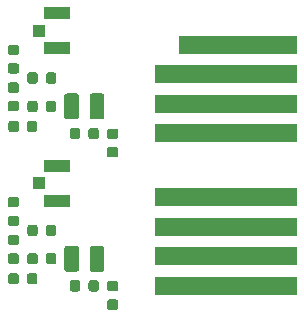
<source format=gbs>
G04 #@! TF.GenerationSoftware,KiCad,Pcbnew,(5.1.5)-3*
G04 #@! TF.CreationDate,2020-11-09T20:42:25-05:00*
G04 #@! TF.ProjectId,FilterDaughterboard,46696c74-6572-4446-9175-676874657262,rev?*
G04 #@! TF.SameCoordinates,Original*
G04 #@! TF.FileFunction,Soldermask,Bot*
G04 #@! TF.FilePolarity,Negative*
%FSLAX46Y46*%
G04 Gerber Fmt 4.6, Leading zero omitted, Abs format (unit mm)*
G04 Created by KiCad (PCBNEW (5.1.5)-3) date 2020-11-09 20:42:25*
%MOMM*%
%LPD*%
G04 APERTURE LIST*
%ADD10R,1.050000X1.000000*%
%ADD11R,2.200000X1.050000*%
%ADD12C,0.100000*%
%ADD13R,11.999999X1.500000*%
%ADD14R,10.000000X1.500000*%
G04 APERTURE END LIST*
D10*
X87775000Y-126600000D03*
D11*
X89300000Y-125125000D03*
X89300000Y-128075000D03*
D10*
X87775000Y-139500000D03*
D11*
X89300000Y-138025000D03*
X89300000Y-140975000D03*
D12*
G36*
X85877691Y-129351053D02*
G01*
X85898926Y-129354203D01*
X85919750Y-129359419D01*
X85939962Y-129366651D01*
X85959368Y-129375830D01*
X85977781Y-129386866D01*
X85995024Y-129399654D01*
X86010930Y-129414070D01*
X86025346Y-129429976D01*
X86038134Y-129447219D01*
X86049170Y-129465632D01*
X86058349Y-129485038D01*
X86065581Y-129505250D01*
X86070797Y-129526074D01*
X86073947Y-129547309D01*
X86075000Y-129568750D01*
X86075000Y-130006250D01*
X86073947Y-130027691D01*
X86070797Y-130048926D01*
X86065581Y-130069750D01*
X86058349Y-130089962D01*
X86049170Y-130109368D01*
X86038134Y-130127781D01*
X86025346Y-130145024D01*
X86010930Y-130160930D01*
X85995024Y-130175346D01*
X85977781Y-130188134D01*
X85959368Y-130199170D01*
X85939962Y-130208349D01*
X85919750Y-130215581D01*
X85898926Y-130220797D01*
X85877691Y-130223947D01*
X85856250Y-130225000D01*
X85343750Y-130225000D01*
X85322309Y-130223947D01*
X85301074Y-130220797D01*
X85280250Y-130215581D01*
X85260038Y-130208349D01*
X85240632Y-130199170D01*
X85222219Y-130188134D01*
X85204976Y-130175346D01*
X85189070Y-130160930D01*
X85174654Y-130145024D01*
X85161866Y-130127781D01*
X85150830Y-130109368D01*
X85141651Y-130089962D01*
X85134419Y-130069750D01*
X85129203Y-130048926D01*
X85126053Y-130027691D01*
X85125000Y-130006250D01*
X85125000Y-129568750D01*
X85126053Y-129547309D01*
X85129203Y-129526074D01*
X85134419Y-129505250D01*
X85141651Y-129485038D01*
X85150830Y-129465632D01*
X85161866Y-129447219D01*
X85174654Y-129429976D01*
X85189070Y-129414070D01*
X85204976Y-129399654D01*
X85222219Y-129386866D01*
X85240632Y-129375830D01*
X85260038Y-129366651D01*
X85280250Y-129359419D01*
X85301074Y-129354203D01*
X85322309Y-129351053D01*
X85343750Y-129350000D01*
X85856250Y-129350000D01*
X85877691Y-129351053D01*
G37*
G36*
X85877691Y-127776053D02*
G01*
X85898926Y-127779203D01*
X85919750Y-127784419D01*
X85939962Y-127791651D01*
X85959368Y-127800830D01*
X85977781Y-127811866D01*
X85995024Y-127824654D01*
X86010930Y-127839070D01*
X86025346Y-127854976D01*
X86038134Y-127872219D01*
X86049170Y-127890632D01*
X86058349Y-127910038D01*
X86065581Y-127930250D01*
X86070797Y-127951074D01*
X86073947Y-127972309D01*
X86075000Y-127993750D01*
X86075000Y-128431250D01*
X86073947Y-128452691D01*
X86070797Y-128473926D01*
X86065581Y-128494750D01*
X86058349Y-128514962D01*
X86049170Y-128534368D01*
X86038134Y-128552781D01*
X86025346Y-128570024D01*
X86010930Y-128585930D01*
X85995024Y-128600346D01*
X85977781Y-128613134D01*
X85959368Y-128624170D01*
X85939962Y-128633349D01*
X85919750Y-128640581D01*
X85898926Y-128645797D01*
X85877691Y-128648947D01*
X85856250Y-128650000D01*
X85343750Y-128650000D01*
X85322309Y-128648947D01*
X85301074Y-128645797D01*
X85280250Y-128640581D01*
X85260038Y-128633349D01*
X85240632Y-128624170D01*
X85222219Y-128613134D01*
X85204976Y-128600346D01*
X85189070Y-128585930D01*
X85174654Y-128570024D01*
X85161866Y-128552781D01*
X85150830Y-128534368D01*
X85141651Y-128514962D01*
X85134419Y-128494750D01*
X85129203Y-128473926D01*
X85126053Y-128452691D01*
X85125000Y-128431250D01*
X85125000Y-127993750D01*
X85126053Y-127972309D01*
X85129203Y-127951074D01*
X85134419Y-127930250D01*
X85141651Y-127910038D01*
X85150830Y-127890632D01*
X85161866Y-127872219D01*
X85174654Y-127854976D01*
X85189070Y-127839070D01*
X85204976Y-127824654D01*
X85222219Y-127811866D01*
X85240632Y-127800830D01*
X85260038Y-127791651D01*
X85280250Y-127784419D01*
X85301074Y-127779203D01*
X85322309Y-127776053D01*
X85343750Y-127775000D01*
X85856250Y-127775000D01*
X85877691Y-127776053D01*
G37*
G36*
X94277691Y-136451053D02*
G01*
X94298926Y-136454203D01*
X94319750Y-136459419D01*
X94339962Y-136466651D01*
X94359368Y-136475830D01*
X94377781Y-136486866D01*
X94395024Y-136499654D01*
X94410930Y-136514070D01*
X94425346Y-136529976D01*
X94438134Y-136547219D01*
X94449170Y-136565632D01*
X94458349Y-136585038D01*
X94465581Y-136605250D01*
X94470797Y-136626074D01*
X94473947Y-136647309D01*
X94475000Y-136668750D01*
X94475000Y-137106250D01*
X94473947Y-137127691D01*
X94470797Y-137148926D01*
X94465581Y-137169750D01*
X94458349Y-137189962D01*
X94449170Y-137209368D01*
X94438134Y-137227781D01*
X94425346Y-137245024D01*
X94410930Y-137260930D01*
X94395024Y-137275346D01*
X94377781Y-137288134D01*
X94359368Y-137299170D01*
X94339962Y-137308349D01*
X94319750Y-137315581D01*
X94298926Y-137320797D01*
X94277691Y-137323947D01*
X94256250Y-137325000D01*
X93743750Y-137325000D01*
X93722309Y-137323947D01*
X93701074Y-137320797D01*
X93680250Y-137315581D01*
X93660038Y-137308349D01*
X93640632Y-137299170D01*
X93622219Y-137288134D01*
X93604976Y-137275346D01*
X93589070Y-137260930D01*
X93574654Y-137245024D01*
X93561866Y-137227781D01*
X93550830Y-137209368D01*
X93541651Y-137189962D01*
X93534419Y-137169750D01*
X93529203Y-137148926D01*
X93526053Y-137127691D01*
X93525000Y-137106250D01*
X93525000Y-136668750D01*
X93526053Y-136647309D01*
X93529203Y-136626074D01*
X93534419Y-136605250D01*
X93541651Y-136585038D01*
X93550830Y-136565632D01*
X93561866Y-136547219D01*
X93574654Y-136529976D01*
X93589070Y-136514070D01*
X93604976Y-136499654D01*
X93622219Y-136486866D01*
X93640632Y-136475830D01*
X93660038Y-136466651D01*
X93680250Y-136459419D01*
X93701074Y-136454203D01*
X93722309Y-136451053D01*
X93743750Y-136450000D01*
X94256250Y-136450000D01*
X94277691Y-136451053D01*
G37*
G36*
X94277691Y-134876053D02*
G01*
X94298926Y-134879203D01*
X94319750Y-134884419D01*
X94339962Y-134891651D01*
X94359368Y-134900830D01*
X94377781Y-134911866D01*
X94395024Y-134924654D01*
X94410930Y-134939070D01*
X94425346Y-134954976D01*
X94438134Y-134972219D01*
X94449170Y-134990632D01*
X94458349Y-135010038D01*
X94465581Y-135030250D01*
X94470797Y-135051074D01*
X94473947Y-135072309D01*
X94475000Y-135093750D01*
X94475000Y-135531250D01*
X94473947Y-135552691D01*
X94470797Y-135573926D01*
X94465581Y-135594750D01*
X94458349Y-135614962D01*
X94449170Y-135634368D01*
X94438134Y-135652781D01*
X94425346Y-135670024D01*
X94410930Y-135685930D01*
X94395024Y-135700346D01*
X94377781Y-135713134D01*
X94359368Y-135724170D01*
X94339962Y-135733349D01*
X94319750Y-135740581D01*
X94298926Y-135745797D01*
X94277691Y-135748947D01*
X94256250Y-135750000D01*
X93743750Y-135750000D01*
X93722309Y-135748947D01*
X93701074Y-135745797D01*
X93680250Y-135740581D01*
X93660038Y-135733349D01*
X93640632Y-135724170D01*
X93622219Y-135713134D01*
X93604976Y-135700346D01*
X93589070Y-135685930D01*
X93574654Y-135670024D01*
X93561866Y-135652781D01*
X93550830Y-135634368D01*
X93541651Y-135614962D01*
X93534419Y-135594750D01*
X93529203Y-135573926D01*
X93526053Y-135552691D01*
X93525000Y-135531250D01*
X93525000Y-135093750D01*
X93526053Y-135072309D01*
X93529203Y-135051074D01*
X93534419Y-135030250D01*
X93541651Y-135010038D01*
X93550830Y-134990632D01*
X93561866Y-134972219D01*
X93574654Y-134954976D01*
X93589070Y-134939070D01*
X93604976Y-134924654D01*
X93622219Y-134911866D01*
X93640632Y-134900830D01*
X93660038Y-134891651D01*
X93680250Y-134884419D01*
X93701074Y-134879203D01*
X93722309Y-134876053D01*
X93743750Y-134875000D01*
X94256250Y-134875000D01*
X94277691Y-134876053D01*
G37*
G36*
X87427691Y-134226053D02*
G01*
X87448926Y-134229203D01*
X87469750Y-134234419D01*
X87489962Y-134241651D01*
X87509368Y-134250830D01*
X87527781Y-134261866D01*
X87545024Y-134274654D01*
X87560930Y-134289070D01*
X87575346Y-134304976D01*
X87588134Y-134322219D01*
X87599170Y-134340632D01*
X87608349Y-134360038D01*
X87615581Y-134380250D01*
X87620797Y-134401074D01*
X87623947Y-134422309D01*
X87625000Y-134443750D01*
X87625000Y-134956250D01*
X87623947Y-134977691D01*
X87620797Y-134998926D01*
X87615581Y-135019750D01*
X87608349Y-135039962D01*
X87599170Y-135059368D01*
X87588134Y-135077781D01*
X87575346Y-135095024D01*
X87560930Y-135110930D01*
X87545024Y-135125346D01*
X87527781Y-135138134D01*
X87509368Y-135149170D01*
X87489962Y-135158349D01*
X87469750Y-135165581D01*
X87448926Y-135170797D01*
X87427691Y-135173947D01*
X87406250Y-135175000D01*
X86968750Y-135175000D01*
X86947309Y-135173947D01*
X86926074Y-135170797D01*
X86905250Y-135165581D01*
X86885038Y-135158349D01*
X86865632Y-135149170D01*
X86847219Y-135138134D01*
X86829976Y-135125346D01*
X86814070Y-135110930D01*
X86799654Y-135095024D01*
X86786866Y-135077781D01*
X86775830Y-135059368D01*
X86766651Y-135039962D01*
X86759419Y-135019750D01*
X86754203Y-134998926D01*
X86751053Y-134977691D01*
X86750000Y-134956250D01*
X86750000Y-134443750D01*
X86751053Y-134422309D01*
X86754203Y-134401074D01*
X86759419Y-134380250D01*
X86766651Y-134360038D01*
X86775830Y-134340632D01*
X86786866Y-134322219D01*
X86799654Y-134304976D01*
X86814070Y-134289070D01*
X86829976Y-134274654D01*
X86847219Y-134261866D01*
X86865632Y-134250830D01*
X86885038Y-134241651D01*
X86905250Y-134234419D01*
X86926074Y-134229203D01*
X86947309Y-134226053D01*
X86968750Y-134225000D01*
X87406250Y-134225000D01*
X87427691Y-134226053D01*
G37*
G36*
X85852691Y-134226053D02*
G01*
X85873926Y-134229203D01*
X85894750Y-134234419D01*
X85914962Y-134241651D01*
X85934368Y-134250830D01*
X85952781Y-134261866D01*
X85970024Y-134274654D01*
X85985930Y-134289070D01*
X86000346Y-134304976D01*
X86013134Y-134322219D01*
X86024170Y-134340632D01*
X86033349Y-134360038D01*
X86040581Y-134380250D01*
X86045797Y-134401074D01*
X86048947Y-134422309D01*
X86050000Y-134443750D01*
X86050000Y-134956250D01*
X86048947Y-134977691D01*
X86045797Y-134998926D01*
X86040581Y-135019750D01*
X86033349Y-135039962D01*
X86024170Y-135059368D01*
X86013134Y-135077781D01*
X86000346Y-135095024D01*
X85985930Y-135110930D01*
X85970024Y-135125346D01*
X85952781Y-135138134D01*
X85934368Y-135149170D01*
X85914962Y-135158349D01*
X85894750Y-135165581D01*
X85873926Y-135170797D01*
X85852691Y-135173947D01*
X85831250Y-135175000D01*
X85393750Y-135175000D01*
X85372309Y-135173947D01*
X85351074Y-135170797D01*
X85330250Y-135165581D01*
X85310038Y-135158349D01*
X85290632Y-135149170D01*
X85272219Y-135138134D01*
X85254976Y-135125346D01*
X85239070Y-135110930D01*
X85224654Y-135095024D01*
X85211866Y-135077781D01*
X85200830Y-135059368D01*
X85191651Y-135039962D01*
X85184419Y-135019750D01*
X85179203Y-134998926D01*
X85176053Y-134977691D01*
X85175000Y-134956250D01*
X85175000Y-134443750D01*
X85176053Y-134422309D01*
X85179203Y-134401074D01*
X85184419Y-134380250D01*
X85191651Y-134360038D01*
X85200830Y-134340632D01*
X85211866Y-134322219D01*
X85224654Y-134304976D01*
X85239070Y-134289070D01*
X85254976Y-134274654D01*
X85272219Y-134261866D01*
X85290632Y-134250830D01*
X85310038Y-134241651D01*
X85330250Y-134234419D01*
X85351074Y-134229203D01*
X85372309Y-134226053D01*
X85393750Y-134225000D01*
X85831250Y-134225000D01*
X85852691Y-134226053D01*
G37*
G36*
X85877691Y-142251053D02*
G01*
X85898926Y-142254203D01*
X85919750Y-142259419D01*
X85939962Y-142266651D01*
X85959368Y-142275830D01*
X85977781Y-142286866D01*
X85995024Y-142299654D01*
X86010930Y-142314070D01*
X86025346Y-142329976D01*
X86038134Y-142347219D01*
X86049170Y-142365632D01*
X86058349Y-142385038D01*
X86065581Y-142405250D01*
X86070797Y-142426074D01*
X86073947Y-142447309D01*
X86075000Y-142468750D01*
X86075000Y-142906250D01*
X86073947Y-142927691D01*
X86070797Y-142948926D01*
X86065581Y-142969750D01*
X86058349Y-142989962D01*
X86049170Y-143009368D01*
X86038134Y-143027781D01*
X86025346Y-143045024D01*
X86010930Y-143060930D01*
X85995024Y-143075346D01*
X85977781Y-143088134D01*
X85959368Y-143099170D01*
X85939962Y-143108349D01*
X85919750Y-143115581D01*
X85898926Y-143120797D01*
X85877691Y-143123947D01*
X85856250Y-143125000D01*
X85343750Y-143125000D01*
X85322309Y-143123947D01*
X85301074Y-143120797D01*
X85280250Y-143115581D01*
X85260038Y-143108349D01*
X85240632Y-143099170D01*
X85222219Y-143088134D01*
X85204976Y-143075346D01*
X85189070Y-143060930D01*
X85174654Y-143045024D01*
X85161866Y-143027781D01*
X85150830Y-143009368D01*
X85141651Y-142989962D01*
X85134419Y-142969750D01*
X85129203Y-142948926D01*
X85126053Y-142927691D01*
X85125000Y-142906250D01*
X85125000Y-142468750D01*
X85126053Y-142447309D01*
X85129203Y-142426074D01*
X85134419Y-142405250D01*
X85141651Y-142385038D01*
X85150830Y-142365632D01*
X85161866Y-142347219D01*
X85174654Y-142329976D01*
X85189070Y-142314070D01*
X85204976Y-142299654D01*
X85222219Y-142286866D01*
X85240632Y-142275830D01*
X85260038Y-142266651D01*
X85280250Y-142259419D01*
X85301074Y-142254203D01*
X85322309Y-142251053D01*
X85343750Y-142250000D01*
X85856250Y-142250000D01*
X85877691Y-142251053D01*
G37*
G36*
X85877691Y-140676053D02*
G01*
X85898926Y-140679203D01*
X85919750Y-140684419D01*
X85939962Y-140691651D01*
X85959368Y-140700830D01*
X85977781Y-140711866D01*
X85995024Y-140724654D01*
X86010930Y-140739070D01*
X86025346Y-140754976D01*
X86038134Y-140772219D01*
X86049170Y-140790632D01*
X86058349Y-140810038D01*
X86065581Y-140830250D01*
X86070797Y-140851074D01*
X86073947Y-140872309D01*
X86075000Y-140893750D01*
X86075000Y-141331250D01*
X86073947Y-141352691D01*
X86070797Y-141373926D01*
X86065581Y-141394750D01*
X86058349Y-141414962D01*
X86049170Y-141434368D01*
X86038134Y-141452781D01*
X86025346Y-141470024D01*
X86010930Y-141485930D01*
X85995024Y-141500346D01*
X85977781Y-141513134D01*
X85959368Y-141524170D01*
X85939962Y-141533349D01*
X85919750Y-141540581D01*
X85898926Y-141545797D01*
X85877691Y-141548947D01*
X85856250Y-141550000D01*
X85343750Y-141550000D01*
X85322309Y-141548947D01*
X85301074Y-141545797D01*
X85280250Y-141540581D01*
X85260038Y-141533349D01*
X85240632Y-141524170D01*
X85222219Y-141513134D01*
X85204976Y-141500346D01*
X85189070Y-141485930D01*
X85174654Y-141470024D01*
X85161866Y-141452781D01*
X85150830Y-141434368D01*
X85141651Y-141414962D01*
X85134419Y-141394750D01*
X85129203Y-141373926D01*
X85126053Y-141352691D01*
X85125000Y-141331250D01*
X85125000Y-140893750D01*
X85126053Y-140872309D01*
X85129203Y-140851074D01*
X85134419Y-140830250D01*
X85141651Y-140810038D01*
X85150830Y-140790632D01*
X85161866Y-140772219D01*
X85174654Y-140754976D01*
X85189070Y-140739070D01*
X85204976Y-140724654D01*
X85222219Y-140711866D01*
X85240632Y-140700830D01*
X85260038Y-140691651D01*
X85280250Y-140684419D01*
X85301074Y-140679203D01*
X85322309Y-140676053D01*
X85343750Y-140675000D01*
X85856250Y-140675000D01*
X85877691Y-140676053D01*
G37*
G36*
X94277691Y-149351053D02*
G01*
X94298926Y-149354203D01*
X94319750Y-149359419D01*
X94339962Y-149366651D01*
X94359368Y-149375830D01*
X94377781Y-149386866D01*
X94395024Y-149399654D01*
X94410930Y-149414070D01*
X94425346Y-149429976D01*
X94438134Y-149447219D01*
X94449170Y-149465632D01*
X94458349Y-149485038D01*
X94465581Y-149505250D01*
X94470797Y-149526074D01*
X94473947Y-149547309D01*
X94475000Y-149568750D01*
X94475000Y-150006250D01*
X94473947Y-150027691D01*
X94470797Y-150048926D01*
X94465581Y-150069750D01*
X94458349Y-150089962D01*
X94449170Y-150109368D01*
X94438134Y-150127781D01*
X94425346Y-150145024D01*
X94410930Y-150160930D01*
X94395024Y-150175346D01*
X94377781Y-150188134D01*
X94359368Y-150199170D01*
X94339962Y-150208349D01*
X94319750Y-150215581D01*
X94298926Y-150220797D01*
X94277691Y-150223947D01*
X94256250Y-150225000D01*
X93743750Y-150225000D01*
X93722309Y-150223947D01*
X93701074Y-150220797D01*
X93680250Y-150215581D01*
X93660038Y-150208349D01*
X93640632Y-150199170D01*
X93622219Y-150188134D01*
X93604976Y-150175346D01*
X93589070Y-150160930D01*
X93574654Y-150145024D01*
X93561866Y-150127781D01*
X93550830Y-150109368D01*
X93541651Y-150089962D01*
X93534419Y-150069750D01*
X93529203Y-150048926D01*
X93526053Y-150027691D01*
X93525000Y-150006250D01*
X93525000Y-149568750D01*
X93526053Y-149547309D01*
X93529203Y-149526074D01*
X93534419Y-149505250D01*
X93541651Y-149485038D01*
X93550830Y-149465632D01*
X93561866Y-149447219D01*
X93574654Y-149429976D01*
X93589070Y-149414070D01*
X93604976Y-149399654D01*
X93622219Y-149386866D01*
X93640632Y-149375830D01*
X93660038Y-149366651D01*
X93680250Y-149359419D01*
X93701074Y-149354203D01*
X93722309Y-149351053D01*
X93743750Y-149350000D01*
X94256250Y-149350000D01*
X94277691Y-149351053D01*
G37*
G36*
X94277691Y-147776053D02*
G01*
X94298926Y-147779203D01*
X94319750Y-147784419D01*
X94339962Y-147791651D01*
X94359368Y-147800830D01*
X94377781Y-147811866D01*
X94395024Y-147824654D01*
X94410930Y-147839070D01*
X94425346Y-147854976D01*
X94438134Y-147872219D01*
X94449170Y-147890632D01*
X94458349Y-147910038D01*
X94465581Y-147930250D01*
X94470797Y-147951074D01*
X94473947Y-147972309D01*
X94475000Y-147993750D01*
X94475000Y-148431250D01*
X94473947Y-148452691D01*
X94470797Y-148473926D01*
X94465581Y-148494750D01*
X94458349Y-148514962D01*
X94449170Y-148534368D01*
X94438134Y-148552781D01*
X94425346Y-148570024D01*
X94410930Y-148585930D01*
X94395024Y-148600346D01*
X94377781Y-148613134D01*
X94359368Y-148624170D01*
X94339962Y-148633349D01*
X94319750Y-148640581D01*
X94298926Y-148645797D01*
X94277691Y-148648947D01*
X94256250Y-148650000D01*
X93743750Y-148650000D01*
X93722309Y-148648947D01*
X93701074Y-148645797D01*
X93680250Y-148640581D01*
X93660038Y-148633349D01*
X93640632Y-148624170D01*
X93622219Y-148613134D01*
X93604976Y-148600346D01*
X93589070Y-148585930D01*
X93574654Y-148570024D01*
X93561866Y-148552781D01*
X93550830Y-148534368D01*
X93541651Y-148514962D01*
X93534419Y-148494750D01*
X93529203Y-148473926D01*
X93526053Y-148452691D01*
X93525000Y-148431250D01*
X93525000Y-147993750D01*
X93526053Y-147972309D01*
X93529203Y-147951074D01*
X93534419Y-147930250D01*
X93541651Y-147910038D01*
X93550830Y-147890632D01*
X93561866Y-147872219D01*
X93574654Y-147854976D01*
X93589070Y-147839070D01*
X93604976Y-147824654D01*
X93622219Y-147811866D01*
X93640632Y-147800830D01*
X93660038Y-147791651D01*
X93680250Y-147784419D01*
X93701074Y-147779203D01*
X93722309Y-147776053D01*
X93743750Y-147775000D01*
X94256250Y-147775000D01*
X94277691Y-147776053D01*
G37*
G36*
X87427691Y-147126053D02*
G01*
X87448926Y-147129203D01*
X87469750Y-147134419D01*
X87489962Y-147141651D01*
X87509368Y-147150830D01*
X87527781Y-147161866D01*
X87545024Y-147174654D01*
X87560930Y-147189070D01*
X87575346Y-147204976D01*
X87588134Y-147222219D01*
X87599170Y-147240632D01*
X87608349Y-147260038D01*
X87615581Y-147280250D01*
X87620797Y-147301074D01*
X87623947Y-147322309D01*
X87625000Y-147343750D01*
X87625000Y-147856250D01*
X87623947Y-147877691D01*
X87620797Y-147898926D01*
X87615581Y-147919750D01*
X87608349Y-147939962D01*
X87599170Y-147959368D01*
X87588134Y-147977781D01*
X87575346Y-147995024D01*
X87560930Y-148010930D01*
X87545024Y-148025346D01*
X87527781Y-148038134D01*
X87509368Y-148049170D01*
X87489962Y-148058349D01*
X87469750Y-148065581D01*
X87448926Y-148070797D01*
X87427691Y-148073947D01*
X87406250Y-148075000D01*
X86968750Y-148075000D01*
X86947309Y-148073947D01*
X86926074Y-148070797D01*
X86905250Y-148065581D01*
X86885038Y-148058349D01*
X86865632Y-148049170D01*
X86847219Y-148038134D01*
X86829976Y-148025346D01*
X86814070Y-148010930D01*
X86799654Y-147995024D01*
X86786866Y-147977781D01*
X86775830Y-147959368D01*
X86766651Y-147939962D01*
X86759419Y-147919750D01*
X86754203Y-147898926D01*
X86751053Y-147877691D01*
X86750000Y-147856250D01*
X86750000Y-147343750D01*
X86751053Y-147322309D01*
X86754203Y-147301074D01*
X86759419Y-147280250D01*
X86766651Y-147260038D01*
X86775830Y-147240632D01*
X86786866Y-147222219D01*
X86799654Y-147204976D01*
X86814070Y-147189070D01*
X86829976Y-147174654D01*
X86847219Y-147161866D01*
X86865632Y-147150830D01*
X86885038Y-147141651D01*
X86905250Y-147134419D01*
X86926074Y-147129203D01*
X86947309Y-147126053D01*
X86968750Y-147125000D01*
X87406250Y-147125000D01*
X87427691Y-147126053D01*
G37*
G36*
X85852691Y-147126053D02*
G01*
X85873926Y-147129203D01*
X85894750Y-147134419D01*
X85914962Y-147141651D01*
X85934368Y-147150830D01*
X85952781Y-147161866D01*
X85970024Y-147174654D01*
X85985930Y-147189070D01*
X86000346Y-147204976D01*
X86013134Y-147222219D01*
X86024170Y-147240632D01*
X86033349Y-147260038D01*
X86040581Y-147280250D01*
X86045797Y-147301074D01*
X86048947Y-147322309D01*
X86050000Y-147343750D01*
X86050000Y-147856250D01*
X86048947Y-147877691D01*
X86045797Y-147898926D01*
X86040581Y-147919750D01*
X86033349Y-147939962D01*
X86024170Y-147959368D01*
X86013134Y-147977781D01*
X86000346Y-147995024D01*
X85985930Y-148010930D01*
X85970024Y-148025346D01*
X85952781Y-148038134D01*
X85934368Y-148049170D01*
X85914962Y-148058349D01*
X85894750Y-148065581D01*
X85873926Y-148070797D01*
X85852691Y-148073947D01*
X85831250Y-148075000D01*
X85393750Y-148075000D01*
X85372309Y-148073947D01*
X85351074Y-148070797D01*
X85330250Y-148065581D01*
X85310038Y-148058349D01*
X85290632Y-148049170D01*
X85272219Y-148038134D01*
X85254976Y-148025346D01*
X85239070Y-148010930D01*
X85224654Y-147995024D01*
X85211866Y-147977781D01*
X85200830Y-147959368D01*
X85191651Y-147939962D01*
X85184419Y-147919750D01*
X85179203Y-147898926D01*
X85176053Y-147877691D01*
X85175000Y-147856250D01*
X85175000Y-147343750D01*
X85176053Y-147322309D01*
X85179203Y-147301074D01*
X85184419Y-147280250D01*
X85191651Y-147260038D01*
X85200830Y-147240632D01*
X85211866Y-147222219D01*
X85224654Y-147204976D01*
X85239070Y-147189070D01*
X85254976Y-147174654D01*
X85272219Y-147161866D01*
X85290632Y-147150830D01*
X85310038Y-147141651D01*
X85330250Y-147134419D01*
X85351074Y-147129203D01*
X85372309Y-147126053D01*
X85393750Y-147125000D01*
X85831250Y-147125000D01*
X85852691Y-147126053D01*
G37*
G36*
X90924504Y-131901204D02*
G01*
X90948773Y-131904804D01*
X90972571Y-131910765D01*
X90995671Y-131919030D01*
X91017849Y-131929520D01*
X91038893Y-131942133D01*
X91058598Y-131956747D01*
X91076777Y-131973223D01*
X91093253Y-131991402D01*
X91107867Y-132011107D01*
X91120480Y-132032151D01*
X91130970Y-132054329D01*
X91139235Y-132077429D01*
X91145196Y-132101227D01*
X91148796Y-132125496D01*
X91150000Y-132150000D01*
X91150000Y-133850000D01*
X91148796Y-133874504D01*
X91145196Y-133898773D01*
X91139235Y-133922571D01*
X91130970Y-133945671D01*
X91120480Y-133967849D01*
X91107867Y-133988893D01*
X91093253Y-134008598D01*
X91076777Y-134026777D01*
X91058598Y-134043253D01*
X91038893Y-134057867D01*
X91017849Y-134070480D01*
X90995671Y-134080970D01*
X90972571Y-134089235D01*
X90948773Y-134095196D01*
X90924504Y-134098796D01*
X90900000Y-134100000D01*
X90150000Y-134100000D01*
X90125496Y-134098796D01*
X90101227Y-134095196D01*
X90077429Y-134089235D01*
X90054329Y-134080970D01*
X90032151Y-134070480D01*
X90011107Y-134057867D01*
X89991402Y-134043253D01*
X89973223Y-134026777D01*
X89956747Y-134008598D01*
X89942133Y-133988893D01*
X89929520Y-133967849D01*
X89919030Y-133945671D01*
X89910765Y-133922571D01*
X89904804Y-133898773D01*
X89901204Y-133874504D01*
X89900000Y-133850000D01*
X89900000Y-132150000D01*
X89901204Y-132125496D01*
X89904804Y-132101227D01*
X89910765Y-132077429D01*
X89919030Y-132054329D01*
X89929520Y-132032151D01*
X89942133Y-132011107D01*
X89956747Y-131991402D01*
X89973223Y-131973223D01*
X89991402Y-131956747D01*
X90011107Y-131942133D01*
X90032151Y-131929520D01*
X90054329Y-131919030D01*
X90077429Y-131910765D01*
X90101227Y-131904804D01*
X90125496Y-131901204D01*
X90150000Y-131900000D01*
X90900000Y-131900000D01*
X90924504Y-131901204D01*
G37*
G36*
X93074504Y-131901204D02*
G01*
X93098773Y-131904804D01*
X93122571Y-131910765D01*
X93145671Y-131919030D01*
X93167849Y-131929520D01*
X93188893Y-131942133D01*
X93208598Y-131956747D01*
X93226777Y-131973223D01*
X93243253Y-131991402D01*
X93257867Y-132011107D01*
X93270480Y-132032151D01*
X93280970Y-132054329D01*
X93289235Y-132077429D01*
X93295196Y-132101227D01*
X93298796Y-132125496D01*
X93300000Y-132150000D01*
X93300000Y-133850000D01*
X93298796Y-133874504D01*
X93295196Y-133898773D01*
X93289235Y-133922571D01*
X93280970Y-133945671D01*
X93270480Y-133967849D01*
X93257867Y-133988893D01*
X93243253Y-134008598D01*
X93226777Y-134026777D01*
X93208598Y-134043253D01*
X93188893Y-134057867D01*
X93167849Y-134070480D01*
X93145671Y-134080970D01*
X93122571Y-134089235D01*
X93098773Y-134095196D01*
X93074504Y-134098796D01*
X93050000Y-134100000D01*
X92300000Y-134100000D01*
X92275496Y-134098796D01*
X92251227Y-134095196D01*
X92227429Y-134089235D01*
X92204329Y-134080970D01*
X92182151Y-134070480D01*
X92161107Y-134057867D01*
X92141402Y-134043253D01*
X92123223Y-134026777D01*
X92106747Y-134008598D01*
X92092133Y-133988893D01*
X92079520Y-133967849D01*
X92069030Y-133945671D01*
X92060765Y-133922571D01*
X92054804Y-133898773D01*
X92051204Y-133874504D01*
X92050000Y-133850000D01*
X92050000Y-132150000D01*
X92051204Y-132125496D01*
X92054804Y-132101227D01*
X92060765Y-132077429D01*
X92069030Y-132054329D01*
X92079520Y-132032151D01*
X92092133Y-132011107D01*
X92106747Y-131991402D01*
X92123223Y-131973223D01*
X92141402Y-131956747D01*
X92161107Y-131942133D01*
X92182151Y-131929520D01*
X92204329Y-131919030D01*
X92227429Y-131910765D01*
X92251227Y-131904804D01*
X92275496Y-131901204D01*
X92300000Y-131900000D01*
X93050000Y-131900000D01*
X93074504Y-131901204D01*
G37*
G36*
X85877691Y-130976053D02*
G01*
X85898926Y-130979203D01*
X85919750Y-130984419D01*
X85939962Y-130991651D01*
X85959368Y-131000830D01*
X85977781Y-131011866D01*
X85995024Y-131024654D01*
X86010930Y-131039070D01*
X86025346Y-131054976D01*
X86038134Y-131072219D01*
X86049170Y-131090632D01*
X86058349Y-131110038D01*
X86065581Y-131130250D01*
X86070797Y-131151074D01*
X86073947Y-131172309D01*
X86075000Y-131193750D01*
X86075000Y-131631250D01*
X86073947Y-131652691D01*
X86070797Y-131673926D01*
X86065581Y-131694750D01*
X86058349Y-131714962D01*
X86049170Y-131734368D01*
X86038134Y-131752781D01*
X86025346Y-131770024D01*
X86010930Y-131785930D01*
X85995024Y-131800346D01*
X85977781Y-131813134D01*
X85959368Y-131824170D01*
X85939962Y-131833349D01*
X85919750Y-131840581D01*
X85898926Y-131845797D01*
X85877691Y-131848947D01*
X85856250Y-131850000D01*
X85343750Y-131850000D01*
X85322309Y-131848947D01*
X85301074Y-131845797D01*
X85280250Y-131840581D01*
X85260038Y-131833349D01*
X85240632Y-131824170D01*
X85222219Y-131813134D01*
X85204976Y-131800346D01*
X85189070Y-131785930D01*
X85174654Y-131770024D01*
X85161866Y-131752781D01*
X85150830Y-131734368D01*
X85141651Y-131714962D01*
X85134419Y-131694750D01*
X85129203Y-131673926D01*
X85126053Y-131652691D01*
X85125000Y-131631250D01*
X85125000Y-131193750D01*
X85126053Y-131172309D01*
X85129203Y-131151074D01*
X85134419Y-131130250D01*
X85141651Y-131110038D01*
X85150830Y-131090632D01*
X85161866Y-131072219D01*
X85174654Y-131054976D01*
X85189070Y-131039070D01*
X85204976Y-131024654D01*
X85222219Y-131011866D01*
X85240632Y-131000830D01*
X85260038Y-130991651D01*
X85280250Y-130984419D01*
X85301074Y-130979203D01*
X85322309Y-130976053D01*
X85343750Y-130975000D01*
X85856250Y-130975000D01*
X85877691Y-130976053D01*
G37*
G36*
X85877691Y-132551053D02*
G01*
X85898926Y-132554203D01*
X85919750Y-132559419D01*
X85939962Y-132566651D01*
X85959368Y-132575830D01*
X85977781Y-132586866D01*
X85995024Y-132599654D01*
X86010930Y-132614070D01*
X86025346Y-132629976D01*
X86038134Y-132647219D01*
X86049170Y-132665632D01*
X86058349Y-132685038D01*
X86065581Y-132705250D01*
X86070797Y-132726074D01*
X86073947Y-132747309D01*
X86075000Y-132768750D01*
X86075000Y-133206250D01*
X86073947Y-133227691D01*
X86070797Y-133248926D01*
X86065581Y-133269750D01*
X86058349Y-133289962D01*
X86049170Y-133309368D01*
X86038134Y-133327781D01*
X86025346Y-133345024D01*
X86010930Y-133360930D01*
X85995024Y-133375346D01*
X85977781Y-133388134D01*
X85959368Y-133399170D01*
X85939962Y-133408349D01*
X85919750Y-133415581D01*
X85898926Y-133420797D01*
X85877691Y-133423947D01*
X85856250Y-133425000D01*
X85343750Y-133425000D01*
X85322309Y-133423947D01*
X85301074Y-133420797D01*
X85280250Y-133415581D01*
X85260038Y-133408349D01*
X85240632Y-133399170D01*
X85222219Y-133388134D01*
X85204976Y-133375346D01*
X85189070Y-133360930D01*
X85174654Y-133345024D01*
X85161866Y-133327781D01*
X85150830Y-133309368D01*
X85141651Y-133289962D01*
X85134419Y-133269750D01*
X85129203Y-133248926D01*
X85126053Y-133227691D01*
X85125000Y-133206250D01*
X85125000Y-132768750D01*
X85126053Y-132747309D01*
X85129203Y-132726074D01*
X85134419Y-132705250D01*
X85141651Y-132685038D01*
X85150830Y-132665632D01*
X85161866Y-132647219D01*
X85174654Y-132629976D01*
X85189070Y-132614070D01*
X85204976Y-132599654D01*
X85222219Y-132586866D01*
X85240632Y-132575830D01*
X85260038Y-132566651D01*
X85280250Y-132559419D01*
X85301074Y-132554203D01*
X85322309Y-132551053D01*
X85343750Y-132550000D01*
X85856250Y-132550000D01*
X85877691Y-132551053D01*
G37*
G36*
X90924504Y-144801204D02*
G01*
X90948773Y-144804804D01*
X90972571Y-144810765D01*
X90995671Y-144819030D01*
X91017849Y-144829520D01*
X91038893Y-144842133D01*
X91058598Y-144856747D01*
X91076777Y-144873223D01*
X91093253Y-144891402D01*
X91107867Y-144911107D01*
X91120480Y-144932151D01*
X91130970Y-144954329D01*
X91139235Y-144977429D01*
X91145196Y-145001227D01*
X91148796Y-145025496D01*
X91150000Y-145050000D01*
X91150000Y-146750000D01*
X91148796Y-146774504D01*
X91145196Y-146798773D01*
X91139235Y-146822571D01*
X91130970Y-146845671D01*
X91120480Y-146867849D01*
X91107867Y-146888893D01*
X91093253Y-146908598D01*
X91076777Y-146926777D01*
X91058598Y-146943253D01*
X91038893Y-146957867D01*
X91017849Y-146970480D01*
X90995671Y-146980970D01*
X90972571Y-146989235D01*
X90948773Y-146995196D01*
X90924504Y-146998796D01*
X90900000Y-147000000D01*
X90150000Y-147000000D01*
X90125496Y-146998796D01*
X90101227Y-146995196D01*
X90077429Y-146989235D01*
X90054329Y-146980970D01*
X90032151Y-146970480D01*
X90011107Y-146957867D01*
X89991402Y-146943253D01*
X89973223Y-146926777D01*
X89956747Y-146908598D01*
X89942133Y-146888893D01*
X89929520Y-146867849D01*
X89919030Y-146845671D01*
X89910765Y-146822571D01*
X89904804Y-146798773D01*
X89901204Y-146774504D01*
X89900000Y-146750000D01*
X89900000Y-145050000D01*
X89901204Y-145025496D01*
X89904804Y-145001227D01*
X89910765Y-144977429D01*
X89919030Y-144954329D01*
X89929520Y-144932151D01*
X89942133Y-144911107D01*
X89956747Y-144891402D01*
X89973223Y-144873223D01*
X89991402Y-144856747D01*
X90011107Y-144842133D01*
X90032151Y-144829520D01*
X90054329Y-144819030D01*
X90077429Y-144810765D01*
X90101227Y-144804804D01*
X90125496Y-144801204D01*
X90150000Y-144800000D01*
X90900000Y-144800000D01*
X90924504Y-144801204D01*
G37*
G36*
X93074504Y-144801204D02*
G01*
X93098773Y-144804804D01*
X93122571Y-144810765D01*
X93145671Y-144819030D01*
X93167849Y-144829520D01*
X93188893Y-144842133D01*
X93208598Y-144856747D01*
X93226777Y-144873223D01*
X93243253Y-144891402D01*
X93257867Y-144911107D01*
X93270480Y-144932151D01*
X93280970Y-144954329D01*
X93289235Y-144977429D01*
X93295196Y-145001227D01*
X93298796Y-145025496D01*
X93300000Y-145050000D01*
X93300000Y-146750000D01*
X93298796Y-146774504D01*
X93295196Y-146798773D01*
X93289235Y-146822571D01*
X93280970Y-146845671D01*
X93270480Y-146867849D01*
X93257867Y-146888893D01*
X93243253Y-146908598D01*
X93226777Y-146926777D01*
X93208598Y-146943253D01*
X93188893Y-146957867D01*
X93167849Y-146970480D01*
X93145671Y-146980970D01*
X93122571Y-146989235D01*
X93098773Y-146995196D01*
X93074504Y-146998796D01*
X93050000Y-147000000D01*
X92300000Y-147000000D01*
X92275496Y-146998796D01*
X92251227Y-146995196D01*
X92227429Y-146989235D01*
X92204329Y-146980970D01*
X92182151Y-146970480D01*
X92161107Y-146957867D01*
X92141402Y-146943253D01*
X92123223Y-146926777D01*
X92106747Y-146908598D01*
X92092133Y-146888893D01*
X92079520Y-146867849D01*
X92069030Y-146845671D01*
X92060765Y-146822571D01*
X92054804Y-146798773D01*
X92051204Y-146774504D01*
X92050000Y-146750000D01*
X92050000Y-145050000D01*
X92051204Y-145025496D01*
X92054804Y-145001227D01*
X92060765Y-144977429D01*
X92069030Y-144954329D01*
X92079520Y-144932151D01*
X92092133Y-144911107D01*
X92106747Y-144891402D01*
X92123223Y-144873223D01*
X92141402Y-144856747D01*
X92161107Y-144842133D01*
X92182151Y-144829520D01*
X92204329Y-144819030D01*
X92227429Y-144810765D01*
X92251227Y-144804804D01*
X92275496Y-144801204D01*
X92300000Y-144800000D01*
X93050000Y-144800000D01*
X93074504Y-144801204D01*
G37*
G36*
X85877691Y-143876053D02*
G01*
X85898926Y-143879203D01*
X85919750Y-143884419D01*
X85939962Y-143891651D01*
X85959368Y-143900830D01*
X85977781Y-143911866D01*
X85995024Y-143924654D01*
X86010930Y-143939070D01*
X86025346Y-143954976D01*
X86038134Y-143972219D01*
X86049170Y-143990632D01*
X86058349Y-144010038D01*
X86065581Y-144030250D01*
X86070797Y-144051074D01*
X86073947Y-144072309D01*
X86075000Y-144093750D01*
X86075000Y-144531250D01*
X86073947Y-144552691D01*
X86070797Y-144573926D01*
X86065581Y-144594750D01*
X86058349Y-144614962D01*
X86049170Y-144634368D01*
X86038134Y-144652781D01*
X86025346Y-144670024D01*
X86010930Y-144685930D01*
X85995024Y-144700346D01*
X85977781Y-144713134D01*
X85959368Y-144724170D01*
X85939962Y-144733349D01*
X85919750Y-144740581D01*
X85898926Y-144745797D01*
X85877691Y-144748947D01*
X85856250Y-144750000D01*
X85343750Y-144750000D01*
X85322309Y-144748947D01*
X85301074Y-144745797D01*
X85280250Y-144740581D01*
X85260038Y-144733349D01*
X85240632Y-144724170D01*
X85222219Y-144713134D01*
X85204976Y-144700346D01*
X85189070Y-144685930D01*
X85174654Y-144670024D01*
X85161866Y-144652781D01*
X85150830Y-144634368D01*
X85141651Y-144614962D01*
X85134419Y-144594750D01*
X85129203Y-144573926D01*
X85126053Y-144552691D01*
X85125000Y-144531250D01*
X85125000Y-144093750D01*
X85126053Y-144072309D01*
X85129203Y-144051074D01*
X85134419Y-144030250D01*
X85141651Y-144010038D01*
X85150830Y-143990632D01*
X85161866Y-143972219D01*
X85174654Y-143954976D01*
X85189070Y-143939070D01*
X85204976Y-143924654D01*
X85222219Y-143911866D01*
X85240632Y-143900830D01*
X85260038Y-143891651D01*
X85280250Y-143884419D01*
X85301074Y-143879203D01*
X85322309Y-143876053D01*
X85343750Y-143875000D01*
X85856250Y-143875000D01*
X85877691Y-143876053D01*
G37*
G36*
X85877691Y-145451053D02*
G01*
X85898926Y-145454203D01*
X85919750Y-145459419D01*
X85939962Y-145466651D01*
X85959368Y-145475830D01*
X85977781Y-145486866D01*
X85995024Y-145499654D01*
X86010930Y-145514070D01*
X86025346Y-145529976D01*
X86038134Y-145547219D01*
X86049170Y-145565632D01*
X86058349Y-145585038D01*
X86065581Y-145605250D01*
X86070797Y-145626074D01*
X86073947Y-145647309D01*
X86075000Y-145668750D01*
X86075000Y-146106250D01*
X86073947Y-146127691D01*
X86070797Y-146148926D01*
X86065581Y-146169750D01*
X86058349Y-146189962D01*
X86049170Y-146209368D01*
X86038134Y-146227781D01*
X86025346Y-146245024D01*
X86010930Y-146260930D01*
X85995024Y-146275346D01*
X85977781Y-146288134D01*
X85959368Y-146299170D01*
X85939962Y-146308349D01*
X85919750Y-146315581D01*
X85898926Y-146320797D01*
X85877691Y-146323947D01*
X85856250Y-146325000D01*
X85343750Y-146325000D01*
X85322309Y-146323947D01*
X85301074Y-146320797D01*
X85280250Y-146315581D01*
X85260038Y-146308349D01*
X85240632Y-146299170D01*
X85222219Y-146288134D01*
X85204976Y-146275346D01*
X85189070Y-146260930D01*
X85174654Y-146245024D01*
X85161866Y-146227781D01*
X85150830Y-146209368D01*
X85141651Y-146189962D01*
X85134419Y-146169750D01*
X85129203Y-146148926D01*
X85126053Y-146127691D01*
X85125000Y-146106250D01*
X85125000Y-145668750D01*
X85126053Y-145647309D01*
X85129203Y-145626074D01*
X85134419Y-145605250D01*
X85141651Y-145585038D01*
X85150830Y-145565632D01*
X85161866Y-145547219D01*
X85174654Y-145529976D01*
X85189070Y-145514070D01*
X85204976Y-145499654D01*
X85222219Y-145486866D01*
X85240632Y-145475830D01*
X85260038Y-145466651D01*
X85280250Y-145459419D01*
X85301074Y-145454203D01*
X85322309Y-145451053D01*
X85343750Y-145450000D01*
X85856250Y-145450000D01*
X85877691Y-145451053D01*
G37*
G36*
X92627691Y-134826053D02*
G01*
X92648926Y-134829203D01*
X92669750Y-134834419D01*
X92689962Y-134841651D01*
X92709368Y-134850830D01*
X92727781Y-134861866D01*
X92745024Y-134874654D01*
X92760930Y-134889070D01*
X92775346Y-134904976D01*
X92788134Y-134922219D01*
X92799170Y-134940632D01*
X92808349Y-134960038D01*
X92815581Y-134980250D01*
X92820797Y-135001074D01*
X92823947Y-135022309D01*
X92825000Y-135043750D01*
X92825000Y-135556250D01*
X92823947Y-135577691D01*
X92820797Y-135598926D01*
X92815581Y-135619750D01*
X92808349Y-135639962D01*
X92799170Y-135659368D01*
X92788134Y-135677781D01*
X92775346Y-135695024D01*
X92760930Y-135710930D01*
X92745024Y-135725346D01*
X92727781Y-135738134D01*
X92709368Y-135749170D01*
X92689962Y-135758349D01*
X92669750Y-135765581D01*
X92648926Y-135770797D01*
X92627691Y-135773947D01*
X92606250Y-135775000D01*
X92168750Y-135775000D01*
X92147309Y-135773947D01*
X92126074Y-135770797D01*
X92105250Y-135765581D01*
X92085038Y-135758349D01*
X92065632Y-135749170D01*
X92047219Y-135738134D01*
X92029976Y-135725346D01*
X92014070Y-135710930D01*
X91999654Y-135695024D01*
X91986866Y-135677781D01*
X91975830Y-135659368D01*
X91966651Y-135639962D01*
X91959419Y-135619750D01*
X91954203Y-135598926D01*
X91951053Y-135577691D01*
X91950000Y-135556250D01*
X91950000Y-135043750D01*
X91951053Y-135022309D01*
X91954203Y-135001074D01*
X91959419Y-134980250D01*
X91966651Y-134960038D01*
X91975830Y-134940632D01*
X91986866Y-134922219D01*
X91999654Y-134904976D01*
X92014070Y-134889070D01*
X92029976Y-134874654D01*
X92047219Y-134861866D01*
X92065632Y-134850830D01*
X92085038Y-134841651D01*
X92105250Y-134834419D01*
X92126074Y-134829203D01*
X92147309Y-134826053D01*
X92168750Y-134825000D01*
X92606250Y-134825000D01*
X92627691Y-134826053D01*
G37*
G36*
X91052691Y-134826053D02*
G01*
X91073926Y-134829203D01*
X91094750Y-134834419D01*
X91114962Y-134841651D01*
X91134368Y-134850830D01*
X91152781Y-134861866D01*
X91170024Y-134874654D01*
X91185930Y-134889070D01*
X91200346Y-134904976D01*
X91213134Y-134922219D01*
X91224170Y-134940632D01*
X91233349Y-134960038D01*
X91240581Y-134980250D01*
X91245797Y-135001074D01*
X91248947Y-135022309D01*
X91250000Y-135043750D01*
X91250000Y-135556250D01*
X91248947Y-135577691D01*
X91245797Y-135598926D01*
X91240581Y-135619750D01*
X91233349Y-135639962D01*
X91224170Y-135659368D01*
X91213134Y-135677781D01*
X91200346Y-135695024D01*
X91185930Y-135710930D01*
X91170024Y-135725346D01*
X91152781Y-135738134D01*
X91134368Y-135749170D01*
X91114962Y-135758349D01*
X91094750Y-135765581D01*
X91073926Y-135770797D01*
X91052691Y-135773947D01*
X91031250Y-135775000D01*
X90593750Y-135775000D01*
X90572309Y-135773947D01*
X90551074Y-135770797D01*
X90530250Y-135765581D01*
X90510038Y-135758349D01*
X90490632Y-135749170D01*
X90472219Y-135738134D01*
X90454976Y-135725346D01*
X90439070Y-135710930D01*
X90424654Y-135695024D01*
X90411866Y-135677781D01*
X90400830Y-135659368D01*
X90391651Y-135639962D01*
X90384419Y-135619750D01*
X90379203Y-135598926D01*
X90376053Y-135577691D01*
X90375000Y-135556250D01*
X90375000Y-135043750D01*
X90376053Y-135022309D01*
X90379203Y-135001074D01*
X90384419Y-134980250D01*
X90391651Y-134960038D01*
X90400830Y-134940632D01*
X90411866Y-134922219D01*
X90424654Y-134904976D01*
X90439070Y-134889070D01*
X90454976Y-134874654D01*
X90472219Y-134861866D01*
X90490632Y-134850830D01*
X90510038Y-134841651D01*
X90530250Y-134834419D01*
X90551074Y-134829203D01*
X90572309Y-134826053D01*
X90593750Y-134825000D01*
X91031250Y-134825000D01*
X91052691Y-134826053D01*
G37*
G36*
X89027691Y-132526053D02*
G01*
X89048926Y-132529203D01*
X89069750Y-132534419D01*
X89089962Y-132541651D01*
X89109368Y-132550830D01*
X89127781Y-132561866D01*
X89145024Y-132574654D01*
X89160930Y-132589070D01*
X89175346Y-132604976D01*
X89188134Y-132622219D01*
X89199170Y-132640632D01*
X89208349Y-132660038D01*
X89215581Y-132680250D01*
X89220797Y-132701074D01*
X89223947Y-132722309D01*
X89225000Y-132743750D01*
X89225000Y-133256250D01*
X89223947Y-133277691D01*
X89220797Y-133298926D01*
X89215581Y-133319750D01*
X89208349Y-133339962D01*
X89199170Y-133359368D01*
X89188134Y-133377781D01*
X89175346Y-133395024D01*
X89160930Y-133410930D01*
X89145024Y-133425346D01*
X89127781Y-133438134D01*
X89109368Y-133449170D01*
X89089962Y-133458349D01*
X89069750Y-133465581D01*
X89048926Y-133470797D01*
X89027691Y-133473947D01*
X89006250Y-133475000D01*
X88568750Y-133475000D01*
X88547309Y-133473947D01*
X88526074Y-133470797D01*
X88505250Y-133465581D01*
X88485038Y-133458349D01*
X88465632Y-133449170D01*
X88447219Y-133438134D01*
X88429976Y-133425346D01*
X88414070Y-133410930D01*
X88399654Y-133395024D01*
X88386866Y-133377781D01*
X88375830Y-133359368D01*
X88366651Y-133339962D01*
X88359419Y-133319750D01*
X88354203Y-133298926D01*
X88351053Y-133277691D01*
X88350000Y-133256250D01*
X88350000Y-132743750D01*
X88351053Y-132722309D01*
X88354203Y-132701074D01*
X88359419Y-132680250D01*
X88366651Y-132660038D01*
X88375830Y-132640632D01*
X88386866Y-132622219D01*
X88399654Y-132604976D01*
X88414070Y-132589070D01*
X88429976Y-132574654D01*
X88447219Y-132561866D01*
X88465632Y-132550830D01*
X88485038Y-132541651D01*
X88505250Y-132534419D01*
X88526074Y-132529203D01*
X88547309Y-132526053D01*
X88568750Y-132525000D01*
X89006250Y-132525000D01*
X89027691Y-132526053D01*
G37*
G36*
X87452691Y-132526053D02*
G01*
X87473926Y-132529203D01*
X87494750Y-132534419D01*
X87514962Y-132541651D01*
X87534368Y-132550830D01*
X87552781Y-132561866D01*
X87570024Y-132574654D01*
X87585930Y-132589070D01*
X87600346Y-132604976D01*
X87613134Y-132622219D01*
X87624170Y-132640632D01*
X87633349Y-132660038D01*
X87640581Y-132680250D01*
X87645797Y-132701074D01*
X87648947Y-132722309D01*
X87650000Y-132743750D01*
X87650000Y-133256250D01*
X87648947Y-133277691D01*
X87645797Y-133298926D01*
X87640581Y-133319750D01*
X87633349Y-133339962D01*
X87624170Y-133359368D01*
X87613134Y-133377781D01*
X87600346Y-133395024D01*
X87585930Y-133410930D01*
X87570024Y-133425346D01*
X87552781Y-133438134D01*
X87534368Y-133449170D01*
X87514962Y-133458349D01*
X87494750Y-133465581D01*
X87473926Y-133470797D01*
X87452691Y-133473947D01*
X87431250Y-133475000D01*
X86993750Y-133475000D01*
X86972309Y-133473947D01*
X86951074Y-133470797D01*
X86930250Y-133465581D01*
X86910038Y-133458349D01*
X86890632Y-133449170D01*
X86872219Y-133438134D01*
X86854976Y-133425346D01*
X86839070Y-133410930D01*
X86824654Y-133395024D01*
X86811866Y-133377781D01*
X86800830Y-133359368D01*
X86791651Y-133339962D01*
X86784419Y-133319750D01*
X86779203Y-133298926D01*
X86776053Y-133277691D01*
X86775000Y-133256250D01*
X86775000Y-132743750D01*
X86776053Y-132722309D01*
X86779203Y-132701074D01*
X86784419Y-132680250D01*
X86791651Y-132660038D01*
X86800830Y-132640632D01*
X86811866Y-132622219D01*
X86824654Y-132604976D01*
X86839070Y-132589070D01*
X86854976Y-132574654D01*
X86872219Y-132561866D01*
X86890632Y-132550830D01*
X86910038Y-132541651D01*
X86930250Y-132534419D01*
X86951074Y-132529203D01*
X86972309Y-132526053D01*
X86993750Y-132525000D01*
X87431250Y-132525000D01*
X87452691Y-132526053D01*
G37*
G36*
X87452691Y-130126053D02*
G01*
X87473926Y-130129203D01*
X87494750Y-130134419D01*
X87514962Y-130141651D01*
X87534368Y-130150830D01*
X87552781Y-130161866D01*
X87570024Y-130174654D01*
X87585930Y-130189070D01*
X87600346Y-130204976D01*
X87613134Y-130222219D01*
X87624170Y-130240632D01*
X87633349Y-130260038D01*
X87640581Y-130280250D01*
X87645797Y-130301074D01*
X87648947Y-130322309D01*
X87650000Y-130343750D01*
X87650000Y-130856250D01*
X87648947Y-130877691D01*
X87645797Y-130898926D01*
X87640581Y-130919750D01*
X87633349Y-130939962D01*
X87624170Y-130959368D01*
X87613134Y-130977781D01*
X87600346Y-130995024D01*
X87585930Y-131010930D01*
X87570024Y-131025346D01*
X87552781Y-131038134D01*
X87534368Y-131049170D01*
X87514962Y-131058349D01*
X87494750Y-131065581D01*
X87473926Y-131070797D01*
X87452691Y-131073947D01*
X87431250Y-131075000D01*
X86993750Y-131075000D01*
X86972309Y-131073947D01*
X86951074Y-131070797D01*
X86930250Y-131065581D01*
X86910038Y-131058349D01*
X86890632Y-131049170D01*
X86872219Y-131038134D01*
X86854976Y-131025346D01*
X86839070Y-131010930D01*
X86824654Y-130995024D01*
X86811866Y-130977781D01*
X86800830Y-130959368D01*
X86791651Y-130939962D01*
X86784419Y-130919750D01*
X86779203Y-130898926D01*
X86776053Y-130877691D01*
X86775000Y-130856250D01*
X86775000Y-130343750D01*
X86776053Y-130322309D01*
X86779203Y-130301074D01*
X86784419Y-130280250D01*
X86791651Y-130260038D01*
X86800830Y-130240632D01*
X86811866Y-130222219D01*
X86824654Y-130204976D01*
X86839070Y-130189070D01*
X86854976Y-130174654D01*
X86872219Y-130161866D01*
X86890632Y-130150830D01*
X86910038Y-130141651D01*
X86930250Y-130134419D01*
X86951074Y-130129203D01*
X86972309Y-130126053D01*
X86993750Y-130125000D01*
X87431250Y-130125000D01*
X87452691Y-130126053D01*
G37*
G36*
X89027691Y-130126053D02*
G01*
X89048926Y-130129203D01*
X89069750Y-130134419D01*
X89089962Y-130141651D01*
X89109368Y-130150830D01*
X89127781Y-130161866D01*
X89145024Y-130174654D01*
X89160930Y-130189070D01*
X89175346Y-130204976D01*
X89188134Y-130222219D01*
X89199170Y-130240632D01*
X89208349Y-130260038D01*
X89215581Y-130280250D01*
X89220797Y-130301074D01*
X89223947Y-130322309D01*
X89225000Y-130343750D01*
X89225000Y-130856250D01*
X89223947Y-130877691D01*
X89220797Y-130898926D01*
X89215581Y-130919750D01*
X89208349Y-130939962D01*
X89199170Y-130959368D01*
X89188134Y-130977781D01*
X89175346Y-130995024D01*
X89160930Y-131010930D01*
X89145024Y-131025346D01*
X89127781Y-131038134D01*
X89109368Y-131049170D01*
X89089962Y-131058349D01*
X89069750Y-131065581D01*
X89048926Y-131070797D01*
X89027691Y-131073947D01*
X89006250Y-131075000D01*
X88568750Y-131075000D01*
X88547309Y-131073947D01*
X88526074Y-131070797D01*
X88505250Y-131065581D01*
X88485038Y-131058349D01*
X88465632Y-131049170D01*
X88447219Y-131038134D01*
X88429976Y-131025346D01*
X88414070Y-131010930D01*
X88399654Y-130995024D01*
X88386866Y-130977781D01*
X88375830Y-130959368D01*
X88366651Y-130939962D01*
X88359419Y-130919750D01*
X88354203Y-130898926D01*
X88351053Y-130877691D01*
X88350000Y-130856250D01*
X88350000Y-130343750D01*
X88351053Y-130322309D01*
X88354203Y-130301074D01*
X88359419Y-130280250D01*
X88366651Y-130260038D01*
X88375830Y-130240632D01*
X88386866Y-130222219D01*
X88399654Y-130204976D01*
X88414070Y-130189070D01*
X88429976Y-130174654D01*
X88447219Y-130161866D01*
X88465632Y-130150830D01*
X88485038Y-130141651D01*
X88505250Y-130134419D01*
X88526074Y-130129203D01*
X88547309Y-130126053D01*
X88568750Y-130125000D01*
X89006250Y-130125000D01*
X89027691Y-130126053D01*
G37*
G36*
X92627691Y-147726053D02*
G01*
X92648926Y-147729203D01*
X92669750Y-147734419D01*
X92689962Y-147741651D01*
X92709368Y-147750830D01*
X92727781Y-147761866D01*
X92745024Y-147774654D01*
X92760930Y-147789070D01*
X92775346Y-147804976D01*
X92788134Y-147822219D01*
X92799170Y-147840632D01*
X92808349Y-147860038D01*
X92815581Y-147880250D01*
X92820797Y-147901074D01*
X92823947Y-147922309D01*
X92825000Y-147943750D01*
X92825000Y-148456250D01*
X92823947Y-148477691D01*
X92820797Y-148498926D01*
X92815581Y-148519750D01*
X92808349Y-148539962D01*
X92799170Y-148559368D01*
X92788134Y-148577781D01*
X92775346Y-148595024D01*
X92760930Y-148610930D01*
X92745024Y-148625346D01*
X92727781Y-148638134D01*
X92709368Y-148649170D01*
X92689962Y-148658349D01*
X92669750Y-148665581D01*
X92648926Y-148670797D01*
X92627691Y-148673947D01*
X92606250Y-148675000D01*
X92168750Y-148675000D01*
X92147309Y-148673947D01*
X92126074Y-148670797D01*
X92105250Y-148665581D01*
X92085038Y-148658349D01*
X92065632Y-148649170D01*
X92047219Y-148638134D01*
X92029976Y-148625346D01*
X92014070Y-148610930D01*
X91999654Y-148595024D01*
X91986866Y-148577781D01*
X91975830Y-148559368D01*
X91966651Y-148539962D01*
X91959419Y-148519750D01*
X91954203Y-148498926D01*
X91951053Y-148477691D01*
X91950000Y-148456250D01*
X91950000Y-147943750D01*
X91951053Y-147922309D01*
X91954203Y-147901074D01*
X91959419Y-147880250D01*
X91966651Y-147860038D01*
X91975830Y-147840632D01*
X91986866Y-147822219D01*
X91999654Y-147804976D01*
X92014070Y-147789070D01*
X92029976Y-147774654D01*
X92047219Y-147761866D01*
X92065632Y-147750830D01*
X92085038Y-147741651D01*
X92105250Y-147734419D01*
X92126074Y-147729203D01*
X92147309Y-147726053D01*
X92168750Y-147725000D01*
X92606250Y-147725000D01*
X92627691Y-147726053D01*
G37*
G36*
X91052691Y-147726053D02*
G01*
X91073926Y-147729203D01*
X91094750Y-147734419D01*
X91114962Y-147741651D01*
X91134368Y-147750830D01*
X91152781Y-147761866D01*
X91170024Y-147774654D01*
X91185930Y-147789070D01*
X91200346Y-147804976D01*
X91213134Y-147822219D01*
X91224170Y-147840632D01*
X91233349Y-147860038D01*
X91240581Y-147880250D01*
X91245797Y-147901074D01*
X91248947Y-147922309D01*
X91250000Y-147943750D01*
X91250000Y-148456250D01*
X91248947Y-148477691D01*
X91245797Y-148498926D01*
X91240581Y-148519750D01*
X91233349Y-148539962D01*
X91224170Y-148559368D01*
X91213134Y-148577781D01*
X91200346Y-148595024D01*
X91185930Y-148610930D01*
X91170024Y-148625346D01*
X91152781Y-148638134D01*
X91134368Y-148649170D01*
X91114962Y-148658349D01*
X91094750Y-148665581D01*
X91073926Y-148670797D01*
X91052691Y-148673947D01*
X91031250Y-148675000D01*
X90593750Y-148675000D01*
X90572309Y-148673947D01*
X90551074Y-148670797D01*
X90530250Y-148665581D01*
X90510038Y-148658349D01*
X90490632Y-148649170D01*
X90472219Y-148638134D01*
X90454976Y-148625346D01*
X90439070Y-148610930D01*
X90424654Y-148595024D01*
X90411866Y-148577781D01*
X90400830Y-148559368D01*
X90391651Y-148539962D01*
X90384419Y-148519750D01*
X90379203Y-148498926D01*
X90376053Y-148477691D01*
X90375000Y-148456250D01*
X90375000Y-147943750D01*
X90376053Y-147922309D01*
X90379203Y-147901074D01*
X90384419Y-147880250D01*
X90391651Y-147860038D01*
X90400830Y-147840632D01*
X90411866Y-147822219D01*
X90424654Y-147804976D01*
X90439070Y-147789070D01*
X90454976Y-147774654D01*
X90472219Y-147761866D01*
X90490632Y-147750830D01*
X90510038Y-147741651D01*
X90530250Y-147734419D01*
X90551074Y-147729203D01*
X90572309Y-147726053D01*
X90593750Y-147725000D01*
X91031250Y-147725000D01*
X91052691Y-147726053D01*
G37*
G36*
X89027691Y-145426053D02*
G01*
X89048926Y-145429203D01*
X89069750Y-145434419D01*
X89089962Y-145441651D01*
X89109368Y-145450830D01*
X89127781Y-145461866D01*
X89145024Y-145474654D01*
X89160930Y-145489070D01*
X89175346Y-145504976D01*
X89188134Y-145522219D01*
X89199170Y-145540632D01*
X89208349Y-145560038D01*
X89215581Y-145580250D01*
X89220797Y-145601074D01*
X89223947Y-145622309D01*
X89225000Y-145643750D01*
X89225000Y-146156250D01*
X89223947Y-146177691D01*
X89220797Y-146198926D01*
X89215581Y-146219750D01*
X89208349Y-146239962D01*
X89199170Y-146259368D01*
X89188134Y-146277781D01*
X89175346Y-146295024D01*
X89160930Y-146310930D01*
X89145024Y-146325346D01*
X89127781Y-146338134D01*
X89109368Y-146349170D01*
X89089962Y-146358349D01*
X89069750Y-146365581D01*
X89048926Y-146370797D01*
X89027691Y-146373947D01*
X89006250Y-146375000D01*
X88568750Y-146375000D01*
X88547309Y-146373947D01*
X88526074Y-146370797D01*
X88505250Y-146365581D01*
X88485038Y-146358349D01*
X88465632Y-146349170D01*
X88447219Y-146338134D01*
X88429976Y-146325346D01*
X88414070Y-146310930D01*
X88399654Y-146295024D01*
X88386866Y-146277781D01*
X88375830Y-146259368D01*
X88366651Y-146239962D01*
X88359419Y-146219750D01*
X88354203Y-146198926D01*
X88351053Y-146177691D01*
X88350000Y-146156250D01*
X88350000Y-145643750D01*
X88351053Y-145622309D01*
X88354203Y-145601074D01*
X88359419Y-145580250D01*
X88366651Y-145560038D01*
X88375830Y-145540632D01*
X88386866Y-145522219D01*
X88399654Y-145504976D01*
X88414070Y-145489070D01*
X88429976Y-145474654D01*
X88447219Y-145461866D01*
X88465632Y-145450830D01*
X88485038Y-145441651D01*
X88505250Y-145434419D01*
X88526074Y-145429203D01*
X88547309Y-145426053D01*
X88568750Y-145425000D01*
X89006250Y-145425000D01*
X89027691Y-145426053D01*
G37*
G36*
X87452691Y-145426053D02*
G01*
X87473926Y-145429203D01*
X87494750Y-145434419D01*
X87514962Y-145441651D01*
X87534368Y-145450830D01*
X87552781Y-145461866D01*
X87570024Y-145474654D01*
X87585930Y-145489070D01*
X87600346Y-145504976D01*
X87613134Y-145522219D01*
X87624170Y-145540632D01*
X87633349Y-145560038D01*
X87640581Y-145580250D01*
X87645797Y-145601074D01*
X87648947Y-145622309D01*
X87650000Y-145643750D01*
X87650000Y-146156250D01*
X87648947Y-146177691D01*
X87645797Y-146198926D01*
X87640581Y-146219750D01*
X87633349Y-146239962D01*
X87624170Y-146259368D01*
X87613134Y-146277781D01*
X87600346Y-146295024D01*
X87585930Y-146310930D01*
X87570024Y-146325346D01*
X87552781Y-146338134D01*
X87534368Y-146349170D01*
X87514962Y-146358349D01*
X87494750Y-146365581D01*
X87473926Y-146370797D01*
X87452691Y-146373947D01*
X87431250Y-146375000D01*
X86993750Y-146375000D01*
X86972309Y-146373947D01*
X86951074Y-146370797D01*
X86930250Y-146365581D01*
X86910038Y-146358349D01*
X86890632Y-146349170D01*
X86872219Y-146338134D01*
X86854976Y-146325346D01*
X86839070Y-146310930D01*
X86824654Y-146295024D01*
X86811866Y-146277781D01*
X86800830Y-146259368D01*
X86791651Y-146239962D01*
X86784419Y-146219750D01*
X86779203Y-146198926D01*
X86776053Y-146177691D01*
X86775000Y-146156250D01*
X86775000Y-145643750D01*
X86776053Y-145622309D01*
X86779203Y-145601074D01*
X86784419Y-145580250D01*
X86791651Y-145560038D01*
X86800830Y-145540632D01*
X86811866Y-145522219D01*
X86824654Y-145504976D01*
X86839070Y-145489070D01*
X86854976Y-145474654D01*
X86872219Y-145461866D01*
X86890632Y-145450830D01*
X86910038Y-145441651D01*
X86930250Y-145434419D01*
X86951074Y-145429203D01*
X86972309Y-145426053D01*
X86993750Y-145425000D01*
X87431250Y-145425000D01*
X87452691Y-145426053D01*
G37*
G36*
X87452691Y-143026053D02*
G01*
X87473926Y-143029203D01*
X87494750Y-143034419D01*
X87514962Y-143041651D01*
X87534368Y-143050830D01*
X87552781Y-143061866D01*
X87570024Y-143074654D01*
X87585930Y-143089070D01*
X87600346Y-143104976D01*
X87613134Y-143122219D01*
X87624170Y-143140632D01*
X87633349Y-143160038D01*
X87640581Y-143180250D01*
X87645797Y-143201074D01*
X87648947Y-143222309D01*
X87650000Y-143243750D01*
X87650000Y-143756250D01*
X87648947Y-143777691D01*
X87645797Y-143798926D01*
X87640581Y-143819750D01*
X87633349Y-143839962D01*
X87624170Y-143859368D01*
X87613134Y-143877781D01*
X87600346Y-143895024D01*
X87585930Y-143910930D01*
X87570024Y-143925346D01*
X87552781Y-143938134D01*
X87534368Y-143949170D01*
X87514962Y-143958349D01*
X87494750Y-143965581D01*
X87473926Y-143970797D01*
X87452691Y-143973947D01*
X87431250Y-143975000D01*
X86993750Y-143975000D01*
X86972309Y-143973947D01*
X86951074Y-143970797D01*
X86930250Y-143965581D01*
X86910038Y-143958349D01*
X86890632Y-143949170D01*
X86872219Y-143938134D01*
X86854976Y-143925346D01*
X86839070Y-143910930D01*
X86824654Y-143895024D01*
X86811866Y-143877781D01*
X86800830Y-143859368D01*
X86791651Y-143839962D01*
X86784419Y-143819750D01*
X86779203Y-143798926D01*
X86776053Y-143777691D01*
X86775000Y-143756250D01*
X86775000Y-143243750D01*
X86776053Y-143222309D01*
X86779203Y-143201074D01*
X86784419Y-143180250D01*
X86791651Y-143160038D01*
X86800830Y-143140632D01*
X86811866Y-143122219D01*
X86824654Y-143104976D01*
X86839070Y-143089070D01*
X86854976Y-143074654D01*
X86872219Y-143061866D01*
X86890632Y-143050830D01*
X86910038Y-143041651D01*
X86930250Y-143034419D01*
X86951074Y-143029203D01*
X86972309Y-143026053D01*
X86993750Y-143025000D01*
X87431250Y-143025000D01*
X87452691Y-143026053D01*
G37*
G36*
X89027691Y-143026053D02*
G01*
X89048926Y-143029203D01*
X89069750Y-143034419D01*
X89089962Y-143041651D01*
X89109368Y-143050830D01*
X89127781Y-143061866D01*
X89145024Y-143074654D01*
X89160930Y-143089070D01*
X89175346Y-143104976D01*
X89188134Y-143122219D01*
X89199170Y-143140632D01*
X89208349Y-143160038D01*
X89215581Y-143180250D01*
X89220797Y-143201074D01*
X89223947Y-143222309D01*
X89225000Y-143243750D01*
X89225000Y-143756250D01*
X89223947Y-143777691D01*
X89220797Y-143798926D01*
X89215581Y-143819750D01*
X89208349Y-143839962D01*
X89199170Y-143859368D01*
X89188134Y-143877781D01*
X89175346Y-143895024D01*
X89160930Y-143910930D01*
X89145024Y-143925346D01*
X89127781Y-143938134D01*
X89109368Y-143949170D01*
X89089962Y-143958349D01*
X89069750Y-143965581D01*
X89048926Y-143970797D01*
X89027691Y-143973947D01*
X89006250Y-143975000D01*
X88568750Y-143975000D01*
X88547309Y-143973947D01*
X88526074Y-143970797D01*
X88505250Y-143965581D01*
X88485038Y-143958349D01*
X88465632Y-143949170D01*
X88447219Y-143938134D01*
X88429976Y-143925346D01*
X88414070Y-143910930D01*
X88399654Y-143895024D01*
X88386866Y-143877781D01*
X88375830Y-143859368D01*
X88366651Y-143839962D01*
X88359419Y-143819750D01*
X88354203Y-143798926D01*
X88351053Y-143777691D01*
X88350000Y-143756250D01*
X88350000Y-143243750D01*
X88351053Y-143222309D01*
X88354203Y-143201074D01*
X88359419Y-143180250D01*
X88366651Y-143160038D01*
X88375830Y-143140632D01*
X88386866Y-143122219D01*
X88399654Y-143104976D01*
X88414070Y-143089070D01*
X88429976Y-143074654D01*
X88447219Y-143061866D01*
X88465632Y-143050830D01*
X88485038Y-143041651D01*
X88505250Y-143034419D01*
X88526074Y-143029203D01*
X88547309Y-143026053D01*
X88568750Y-143025000D01*
X89006250Y-143025000D01*
X89027691Y-143026053D01*
G37*
D13*
X103612200Y-148187400D03*
X103612200Y-145687400D03*
X103612200Y-143187400D03*
X103612200Y-140687400D03*
X103612200Y-135287400D03*
X103612200Y-132787400D03*
X103612200Y-130287400D03*
D14*
X104612200Y-127787400D03*
M02*

</source>
